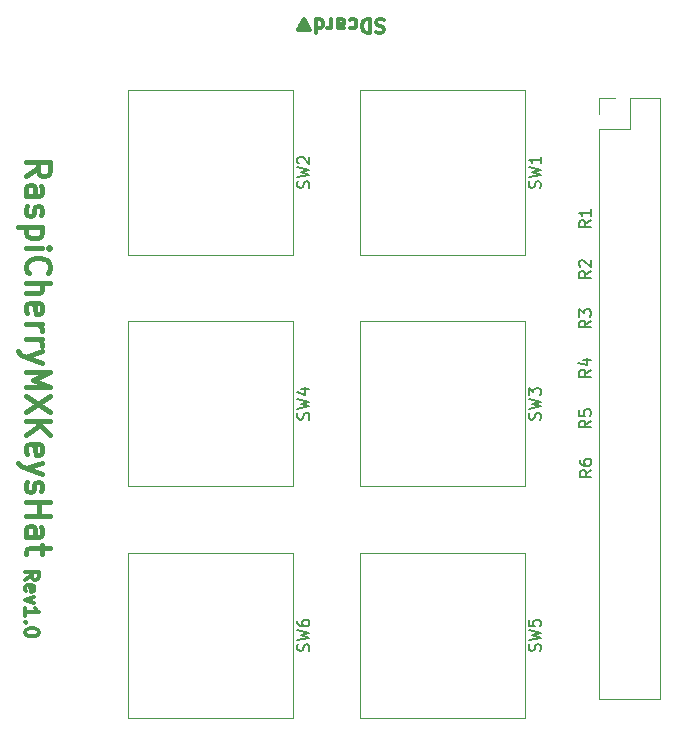
<source format=gto>
G04 #@! TF.GenerationSoftware,KiCad,Pcbnew,5.0.0-rc1-44a33f2~62~ubuntu17.10.1*
G04 #@! TF.CreationDate,2018-05-10T22:28:45+09:00*
G04 #@! TF.ProjectId,RaspiCherryMXKeysHat,52617370694368657272794D584B6579,rev?*
G04 #@! TF.SameCoordinates,Original*
G04 #@! TF.FileFunction,Legend,Top*
G04 #@! TF.FilePolarity,Positive*
%FSLAX46Y46*%
G04 Gerber Fmt 4.6, Leading zero omitted, Abs format (unit mm)*
G04 Created by KiCad (PCBNEW 5.0.0-rc1-44a33f2~62~ubuntu17.10.1) date Thu May 10 22:28:45 2018*
%MOMM*%
%LPD*%
G01*
G04 APERTURE LIST*
%ADD10C,0.300000*%
%ADD11C,0.400000*%
%ADD12C,0.120000*%
%ADD13C,0.150000*%
G04 APERTURE END LIST*
D10*
X74031542Y-115675028D02*
X74602971Y-115275028D01*
X74031542Y-114989314D02*
X75231542Y-114989314D01*
X75231542Y-115446457D01*
X75174400Y-115560742D01*
X75117257Y-115617885D01*
X75002971Y-115675028D01*
X74831542Y-115675028D01*
X74717257Y-115617885D01*
X74660114Y-115560742D01*
X74602971Y-115446457D01*
X74602971Y-114989314D01*
X74088685Y-116646457D02*
X74031542Y-116532171D01*
X74031542Y-116303600D01*
X74088685Y-116189314D01*
X74202971Y-116132171D01*
X74660114Y-116132171D01*
X74774400Y-116189314D01*
X74831542Y-116303600D01*
X74831542Y-116532171D01*
X74774400Y-116646457D01*
X74660114Y-116703600D01*
X74545828Y-116703600D01*
X74431542Y-116132171D01*
X74831542Y-117103600D02*
X74031542Y-117389314D01*
X74831542Y-117675028D01*
X74031542Y-118760742D02*
X74031542Y-118075028D01*
X74031542Y-118417885D02*
X75231542Y-118417885D01*
X75060114Y-118303600D01*
X74945828Y-118189314D01*
X74888685Y-118075028D01*
X74145828Y-119275028D02*
X74088685Y-119332171D01*
X74031542Y-119275028D01*
X74088685Y-119217885D01*
X74145828Y-119275028D01*
X74031542Y-119275028D01*
X75231542Y-120075028D02*
X75231542Y-120189314D01*
X75174400Y-120303600D01*
X75117257Y-120360742D01*
X75002971Y-120417885D01*
X74774400Y-120475028D01*
X74488685Y-120475028D01*
X74260114Y-120417885D01*
X74145828Y-120360742D01*
X74088685Y-120303600D01*
X74031542Y-120189314D01*
X74031542Y-120075028D01*
X74088685Y-119960742D01*
X74145828Y-119903600D01*
X74260114Y-119846457D01*
X74488685Y-119789314D01*
X74774400Y-119789314D01*
X75002971Y-119846457D01*
X75117257Y-119903600D01*
X75174400Y-119960742D01*
X75231542Y-120075028D01*
D11*
X74152238Y-81488285D02*
X75104619Y-80821619D01*
X74152238Y-80345428D02*
X76152238Y-80345428D01*
X76152238Y-81107333D01*
X76057000Y-81297809D01*
X75961761Y-81393047D01*
X75771285Y-81488285D01*
X75485571Y-81488285D01*
X75295095Y-81393047D01*
X75199857Y-81297809D01*
X75104619Y-81107333D01*
X75104619Y-80345428D01*
X74152238Y-83202571D02*
X75199857Y-83202571D01*
X75390333Y-83107333D01*
X75485571Y-82916857D01*
X75485571Y-82535904D01*
X75390333Y-82345428D01*
X74247476Y-83202571D02*
X74152238Y-83012095D01*
X74152238Y-82535904D01*
X74247476Y-82345428D01*
X74437952Y-82250190D01*
X74628428Y-82250190D01*
X74818904Y-82345428D01*
X74914142Y-82535904D01*
X74914142Y-83012095D01*
X75009380Y-83202571D01*
X74247476Y-84059714D02*
X74152238Y-84250190D01*
X74152238Y-84631142D01*
X74247476Y-84821619D01*
X74437952Y-84916857D01*
X74533190Y-84916857D01*
X74723666Y-84821619D01*
X74818904Y-84631142D01*
X74818904Y-84345428D01*
X74914142Y-84154952D01*
X75104619Y-84059714D01*
X75199857Y-84059714D01*
X75390333Y-84154952D01*
X75485571Y-84345428D01*
X75485571Y-84631142D01*
X75390333Y-84821619D01*
X75485571Y-85774000D02*
X73485571Y-85774000D01*
X75390333Y-85774000D02*
X75485571Y-85964476D01*
X75485571Y-86345428D01*
X75390333Y-86535904D01*
X75295095Y-86631142D01*
X75104619Y-86726380D01*
X74533190Y-86726380D01*
X74342714Y-86631142D01*
X74247476Y-86535904D01*
X74152238Y-86345428D01*
X74152238Y-85964476D01*
X74247476Y-85774000D01*
X74152238Y-87583523D02*
X75485571Y-87583523D01*
X76152238Y-87583523D02*
X76057000Y-87488285D01*
X75961761Y-87583523D01*
X76057000Y-87678761D01*
X76152238Y-87583523D01*
X75961761Y-87583523D01*
X74342714Y-89678761D02*
X74247476Y-89583523D01*
X74152238Y-89297809D01*
X74152238Y-89107333D01*
X74247476Y-88821619D01*
X74437952Y-88631142D01*
X74628428Y-88535904D01*
X75009380Y-88440666D01*
X75295095Y-88440666D01*
X75676047Y-88535904D01*
X75866523Y-88631142D01*
X76057000Y-88821619D01*
X76152238Y-89107333D01*
X76152238Y-89297809D01*
X76057000Y-89583523D01*
X75961761Y-89678761D01*
X74152238Y-90535904D02*
X76152238Y-90535904D01*
X74152238Y-91393047D02*
X75199857Y-91393047D01*
X75390333Y-91297809D01*
X75485571Y-91107333D01*
X75485571Y-90821619D01*
X75390333Y-90631142D01*
X75295095Y-90535904D01*
X74247476Y-93107333D02*
X74152238Y-92916857D01*
X74152238Y-92535904D01*
X74247476Y-92345428D01*
X74437952Y-92250190D01*
X75199857Y-92250190D01*
X75390333Y-92345428D01*
X75485571Y-92535904D01*
X75485571Y-92916857D01*
X75390333Y-93107333D01*
X75199857Y-93202571D01*
X75009380Y-93202571D01*
X74818904Y-92250190D01*
X74152238Y-94059714D02*
X75485571Y-94059714D01*
X75104619Y-94059714D02*
X75295095Y-94154952D01*
X75390333Y-94250190D01*
X75485571Y-94440666D01*
X75485571Y-94631142D01*
X74152238Y-95297809D02*
X75485571Y-95297809D01*
X75104619Y-95297809D02*
X75295095Y-95393047D01*
X75390333Y-95488285D01*
X75485571Y-95678761D01*
X75485571Y-95869238D01*
X75485571Y-96345428D02*
X74152238Y-96821619D01*
X75485571Y-97297809D02*
X74152238Y-96821619D01*
X73676047Y-96631142D01*
X73580809Y-96535904D01*
X73485571Y-96345428D01*
X74152238Y-98059714D02*
X76152238Y-98059714D01*
X74723666Y-98726380D01*
X76152238Y-99393047D01*
X74152238Y-99393047D01*
X76152238Y-100154952D02*
X74152238Y-101488285D01*
X76152238Y-101488285D02*
X74152238Y-100154952D01*
X74152238Y-102250190D02*
X76152238Y-102250190D01*
X74152238Y-103393047D02*
X75295095Y-102535904D01*
X76152238Y-103393047D02*
X75009380Y-102250190D01*
X74247476Y-105012095D02*
X74152238Y-104821619D01*
X74152238Y-104440666D01*
X74247476Y-104250190D01*
X74437952Y-104154952D01*
X75199857Y-104154952D01*
X75390333Y-104250190D01*
X75485571Y-104440666D01*
X75485571Y-104821619D01*
X75390333Y-105012095D01*
X75199857Y-105107333D01*
X75009380Y-105107333D01*
X74818904Y-104154952D01*
X75485571Y-105774000D02*
X74152238Y-106250190D01*
X75485571Y-106726380D02*
X74152238Y-106250190D01*
X73676047Y-106059714D01*
X73580809Y-105964476D01*
X73485571Y-105774000D01*
X74247476Y-107393047D02*
X74152238Y-107583523D01*
X74152238Y-107964476D01*
X74247476Y-108154952D01*
X74437952Y-108250190D01*
X74533190Y-108250190D01*
X74723666Y-108154952D01*
X74818904Y-107964476D01*
X74818904Y-107678761D01*
X74914142Y-107488285D01*
X75104619Y-107393047D01*
X75199857Y-107393047D01*
X75390333Y-107488285D01*
X75485571Y-107678761D01*
X75485571Y-107964476D01*
X75390333Y-108154952D01*
X74152238Y-109107333D02*
X76152238Y-109107333D01*
X75199857Y-109107333D02*
X75199857Y-110250190D01*
X74152238Y-110250190D02*
X76152238Y-110250190D01*
X74152238Y-112059714D02*
X75199857Y-112059714D01*
X75390333Y-111964476D01*
X75485571Y-111773999D01*
X75485571Y-111393047D01*
X75390333Y-111202571D01*
X74247476Y-112059714D02*
X74152238Y-111869238D01*
X74152238Y-111393047D01*
X74247476Y-111202571D01*
X74437952Y-111107333D01*
X74628428Y-111107333D01*
X74818904Y-111202571D01*
X74914142Y-111393047D01*
X74914142Y-111869238D01*
X75009380Y-112059714D01*
X75485571Y-112726380D02*
X75485571Y-113488285D01*
X76152238Y-113012095D02*
X74437952Y-113012095D01*
X74247476Y-113107333D01*
X74152238Y-113297809D01*
X74152238Y-113488285D01*
D10*
X104444342Y-68246685D02*
X104272914Y-68189542D01*
X103987200Y-68189542D01*
X103872914Y-68246685D01*
X103815771Y-68303828D01*
X103758628Y-68418114D01*
X103758628Y-68532400D01*
X103815771Y-68646685D01*
X103872914Y-68703828D01*
X103987200Y-68760971D01*
X104215771Y-68818114D01*
X104330057Y-68875257D01*
X104387200Y-68932400D01*
X104444342Y-69046685D01*
X104444342Y-69160971D01*
X104387200Y-69275257D01*
X104330057Y-69332400D01*
X104215771Y-69389542D01*
X103930057Y-69389542D01*
X103758628Y-69332400D01*
X103244342Y-68189542D02*
X103244342Y-69389542D01*
X102958628Y-69389542D01*
X102787200Y-69332400D01*
X102672914Y-69218114D01*
X102615771Y-69103828D01*
X102558628Y-68875257D01*
X102558628Y-68703828D01*
X102615771Y-68475257D01*
X102672914Y-68360971D01*
X102787200Y-68246685D01*
X102958628Y-68189542D01*
X103244342Y-68189542D01*
X101530057Y-68246685D02*
X101644342Y-68189542D01*
X101872914Y-68189542D01*
X101987200Y-68246685D01*
X102044342Y-68303828D01*
X102101485Y-68418114D01*
X102101485Y-68760971D01*
X102044342Y-68875257D01*
X101987200Y-68932400D01*
X101872914Y-68989542D01*
X101644342Y-68989542D01*
X101530057Y-68932400D01*
X100501485Y-68189542D02*
X100501485Y-68818114D01*
X100558628Y-68932400D01*
X100672914Y-68989542D01*
X100901485Y-68989542D01*
X101015771Y-68932400D01*
X100501485Y-68246685D02*
X100615771Y-68189542D01*
X100901485Y-68189542D01*
X101015771Y-68246685D01*
X101072914Y-68360971D01*
X101072914Y-68475257D01*
X101015771Y-68589542D01*
X100901485Y-68646685D01*
X100615771Y-68646685D01*
X100501485Y-68703828D01*
X99930057Y-68189542D02*
X99930057Y-68989542D01*
X99930057Y-68760971D02*
X99872914Y-68875257D01*
X99815771Y-68932400D01*
X99701485Y-68989542D01*
X99587200Y-68989542D01*
X98672914Y-68189542D02*
X98672914Y-69389542D01*
X98672914Y-68246685D02*
X98787200Y-68189542D01*
X99015771Y-68189542D01*
X99130057Y-68246685D01*
X99187200Y-68303828D01*
X99244342Y-68418114D01*
X99244342Y-68760971D01*
X99187200Y-68875257D01*
X99130057Y-68932400D01*
X99015771Y-68989542D01*
X98787200Y-68989542D01*
X98672914Y-68932400D01*
X97187200Y-69046685D02*
X97187200Y-69103828D01*
X97244342Y-68932400D02*
X97244342Y-69103828D01*
X97301485Y-68818114D02*
X97301485Y-69103828D01*
X97358628Y-68703828D02*
X97358628Y-69103828D01*
X97415771Y-68646685D02*
X97415771Y-69103828D01*
X97472914Y-68532400D02*
X97472914Y-69103828D01*
X97530057Y-68418114D02*
X97530057Y-69103828D01*
X97587200Y-68303828D02*
X97587200Y-69103828D01*
X97644342Y-68189542D02*
X97644342Y-69103828D01*
X97701485Y-68303828D02*
X97701485Y-69103828D01*
X97758628Y-68418114D02*
X97758628Y-69103828D01*
X97815771Y-68532400D02*
X97815771Y-69103828D01*
X97872914Y-68646685D02*
X97872914Y-69103828D01*
X97930057Y-68703828D02*
X97930057Y-69103828D01*
X97987200Y-68818114D02*
X97987200Y-69103828D01*
X98044342Y-68932400D02*
X98044342Y-69103828D01*
X98101485Y-69103828D02*
X97644342Y-68246685D01*
X97187200Y-69103828D01*
X98101485Y-69046685D02*
X98101485Y-69103828D01*
X97644342Y-68189542D02*
X98158628Y-69103828D01*
X97130057Y-69103828D01*
X97644342Y-68189542D01*
D12*
X122622000Y-125790000D02*
X127822000Y-125790000D01*
X122622000Y-77470000D02*
X122622000Y-125790000D01*
X127822000Y-74870000D02*
X127822000Y-125790000D01*
X122622000Y-77470000D02*
X125222000Y-77470000D01*
X125222000Y-77470000D02*
X125222000Y-74870000D01*
X125222000Y-74870000D02*
X127822000Y-74870000D01*
X122622000Y-76200000D02*
X122622000Y-74870000D01*
X122622000Y-74870000D02*
X123952000Y-74870000D01*
X116362000Y-74189000D02*
X116362000Y-88159000D01*
X116362000Y-88159000D02*
X102392000Y-88159000D01*
X102392000Y-88159000D02*
X102392000Y-74189000D01*
X102392000Y-74189000D02*
X116362000Y-74189000D01*
X82791800Y-74189000D02*
X96761800Y-74189000D01*
X82791800Y-88159000D02*
X82791800Y-74189000D01*
X96761800Y-88159000D02*
X82791800Y-88159000D01*
X96761800Y-74189000D02*
X96761800Y-88159000D01*
X116362000Y-93789000D02*
X116362000Y-107759000D01*
X116362000Y-107759000D02*
X102392000Y-107759000D01*
X102392000Y-107759000D02*
X102392000Y-93789000D01*
X102392000Y-93789000D02*
X116362000Y-93789000D01*
X82791800Y-93789000D02*
X96761800Y-93789000D01*
X82791800Y-107759000D02*
X82791800Y-93789000D01*
X96761800Y-107759000D02*
X82791800Y-107759000D01*
X96761800Y-93789000D02*
X96761800Y-107759000D01*
X116362000Y-113389000D02*
X116362000Y-127359000D01*
X116362000Y-127359000D02*
X102392000Y-127359000D01*
X102392000Y-127359000D02*
X102392000Y-113389000D01*
X102392000Y-113389000D02*
X116362000Y-113389000D01*
X82791800Y-113389000D02*
X96761800Y-113389000D01*
X82791800Y-127359000D02*
X82791800Y-113389000D01*
X96761800Y-127359000D02*
X82791800Y-127359000D01*
X96761800Y-113389000D02*
X96761800Y-127359000D01*
D13*
X121942380Y-85256666D02*
X121466190Y-85590000D01*
X121942380Y-85828095D02*
X120942380Y-85828095D01*
X120942380Y-85447142D01*
X120990000Y-85351904D01*
X121037619Y-85304285D01*
X121132857Y-85256666D01*
X121275714Y-85256666D01*
X121370952Y-85304285D01*
X121418571Y-85351904D01*
X121466190Y-85447142D01*
X121466190Y-85828095D01*
X121942380Y-84304285D02*
X121942380Y-84875714D01*
X121942380Y-84590000D02*
X120942380Y-84590000D01*
X121085238Y-84685238D01*
X121180476Y-84780476D01*
X121228095Y-84875714D01*
X121942380Y-89550766D02*
X121466190Y-89884100D01*
X121942380Y-90122195D02*
X120942380Y-90122195D01*
X120942380Y-89741242D01*
X120990000Y-89646004D01*
X121037619Y-89598385D01*
X121132857Y-89550766D01*
X121275714Y-89550766D01*
X121370952Y-89598385D01*
X121418571Y-89646004D01*
X121466190Y-89741242D01*
X121466190Y-90122195D01*
X121037619Y-89169814D02*
X120990000Y-89122195D01*
X120942380Y-89026957D01*
X120942380Y-88788861D01*
X120990000Y-88693623D01*
X121037619Y-88646004D01*
X121132857Y-88598385D01*
X121228095Y-88598385D01*
X121370952Y-88646004D01*
X121942380Y-89217433D01*
X121942380Y-88598385D01*
X121942380Y-93740266D02*
X121466190Y-94073600D01*
X121942380Y-94311695D02*
X120942380Y-94311695D01*
X120942380Y-93930742D01*
X120990000Y-93835504D01*
X121037619Y-93787885D01*
X121132857Y-93740266D01*
X121275714Y-93740266D01*
X121370952Y-93787885D01*
X121418571Y-93835504D01*
X121466190Y-93930742D01*
X121466190Y-94311695D01*
X120942380Y-93406933D02*
X120942380Y-92787885D01*
X121323333Y-93121219D01*
X121323333Y-92978361D01*
X121370952Y-92883123D01*
X121418571Y-92835504D01*
X121513809Y-92787885D01*
X121751904Y-92787885D01*
X121847142Y-92835504D01*
X121894761Y-92883123D01*
X121942380Y-92978361D01*
X121942380Y-93264076D01*
X121894761Y-93359314D01*
X121847142Y-93406933D01*
X121942380Y-97905866D02*
X121466190Y-98239200D01*
X121942380Y-98477295D02*
X120942380Y-98477295D01*
X120942380Y-98096342D01*
X120990000Y-98001104D01*
X121037619Y-97953485D01*
X121132857Y-97905866D01*
X121275714Y-97905866D01*
X121370952Y-97953485D01*
X121418571Y-98001104D01*
X121466190Y-98096342D01*
X121466190Y-98477295D01*
X121275714Y-97048723D02*
X121942380Y-97048723D01*
X120894761Y-97286819D02*
X121609047Y-97524914D01*
X121609047Y-96905866D01*
X121942380Y-102199666D02*
X121466190Y-102533000D01*
X121942380Y-102771095D02*
X120942380Y-102771095D01*
X120942380Y-102390142D01*
X120990000Y-102294904D01*
X121037619Y-102247285D01*
X121132857Y-102199666D01*
X121275714Y-102199666D01*
X121370952Y-102247285D01*
X121418571Y-102294904D01*
X121466190Y-102390142D01*
X121466190Y-102771095D01*
X120942380Y-101294904D02*
X120942380Y-101771095D01*
X121418571Y-101818714D01*
X121370952Y-101771095D01*
X121323333Y-101675857D01*
X121323333Y-101437761D01*
X121370952Y-101342523D01*
X121418571Y-101294904D01*
X121513809Y-101247285D01*
X121751904Y-101247285D01*
X121847142Y-101294904D01*
X121894761Y-101342523D01*
X121942380Y-101437761D01*
X121942380Y-101675857D01*
X121894761Y-101771095D01*
X121847142Y-101818714D01*
X121993380Y-106389666D02*
X121517190Y-106723000D01*
X121993380Y-106961095D02*
X120993380Y-106961095D01*
X120993380Y-106580142D01*
X121041000Y-106484904D01*
X121088619Y-106437285D01*
X121183857Y-106389666D01*
X121326714Y-106389666D01*
X121421952Y-106437285D01*
X121469571Y-106484904D01*
X121517190Y-106580142D01*
X121517190Y-106961095D01*
X120993380Y-105532523D02*
X120993380Y-105723000D01*
X121041000Y-105818238D01*
X121088619Y-105865857D01*
X121231476Y-105961095D01*
X121421952Y-106008714D01*
X121802904Y-106008714D01*
X121898142Y-105961095D01*
X121945761Y-105913476D01*
X121993380Y-105818238D01*
X121993380Y-105627761D01*
X121945761Y-105532523D01*
X121898142Y-105484904D01*
X121802904Y-105437285D01*
X121564809Y-105437285D01*
X121469571Y-105484904D01*
X121421952Y-105532523D01*
X121374333Y-105627761D01*
X121374333Y-105818238D01*
X121421952Y-105913476D01*
X121469571Y-105961095D01*
X121564809Y-106008714D01*
X117655761Y-82507333D02*
X117703380Y-82364476D01*
X117703380Y-82126380D01*
X117655761Y-82031142D01*
X117608142Y-81983523D01*
X117512904Y-81935904D01*
X117417666Y-81935904D01*
X117322428Y-81983523D01*
X117274809Y-82031142D01*
X117227190Y-82126380D01*
X117179571Y-82316857D01*
X117131952Y-82412095D01*
X117084333Y-82459714D01*
X116989095Y-82507333D01*
X116893857Y-82507333D01*
X116798619Y-82459714D01*
X116751000Y-82412095D01*
X116703380Y-82316857D01*
X116703380Y-82078761D01*
X116751000Y-81935904D01*
X116703380Y-81602571D02*
X117703380Y-81364476D01*
X116989095Y-81174000D01*
X117703380Y-80983523D01*
X116703380Y-80745428D01*
X117703380Y-79840666D02*
X117703380Y-80412095D01*
X117703380Y-80126380D02*
X116703380Y-80126380D01*
X116846238Y-80221619D01*
X116941476Y-80316857D01*
X116989095Y-80412095D01*
X98055561Y-82507333D02*
X98103180Y-82364476D01*
X98103180Y-82126380D01*
X98055561Y-82031142D01*
X98007942Y-81983523D01*
X97912704Y-81935904D01*
X97817466Y-81935904D01*
X97722228Y-81983523D01*
X97674609Y-82031142D01*
X97626990Y-82126380D01*
X97579371Y-82316857D01*
X97531752Y-82412095D01*
X97484133Y-82459714D01*
X97388895Y-82507333D01*
X97293657Y-82507333D01*
X97198419Y-82459714D01*
X97150800Y-82412095D01*
X97103180Y-82316857D01*
X97103180Y-82078761D01*
X97150800Y-81935904D01*
X97103180Y-81602571D02*
X98103180Y-81364476D01*
X97388895Y-81174000D01*
X98103180Y-80983523D01*
X97103180Y-80745428D01*
X97198419Y-80412095D02*
X97150800Y-80364476D01*
X97103180Y-80269238D01*
X97103180Y-80031142D01*
X97150800Y-79935904D01*
X97198419Y-79888285D01*
X97293657Y-79840666D01*
X97388895Y-79840666D01*
X97531752Y-79888285D01*
X98103180Y-80459714D01*
X98103180Y-79840666D01*
X117655761Y-102107333D02*
X117703380Y-101964476D01*
X117703380Y-101726380D01*
X117655761Y-101631142D01*
X117608142Y-101583523D01*
X117512904Y-101535904D01*
X117417666Y-101535904D01*
X117322428Y-101583523D01*
X117274809Y-101631142D01*
X117227190Y-101726380D01*
X117179571Y-101916857D01*
X117131952Y-102012095D01*
X117084333Y-102059714D01*
X116989095Y-102107333D01*
X116893857Y-102107333D01*
X116798619Y-102059714D01*
X116751000Y-102012095D01*
X116703380Y-101916857D01*
X116703380Y-101678761D01*
X116751000Y-101535904D01*
X116703380Y-101202571D02*
X117703380Y-100964476D01*
X116989095Y-100774000D01*
X117703380Y-100583523D01*
X116703380Y-100345428D01*
X116703380Y-100059714D02*
X116703380Y-99440666D01*
X117084333Y-99774000D01*
X117084333Y-99631142D01*
X117131952Y-99535904D01*
X117179571Y-99488285D01*
X117274809Y-99440666D01*
X117512904Y-99440666D01*
X117608142Y-99488285D01*
X117655761Y-99535904D01*
X117703380Y-99631142D01*
X117703380Y-99916857D01*
X117655761Y-100012095D01*
X117608142Y-100059714D01*
X98055561Y-102107333D02*
X98103180Y-101964476D01*
X98103180Y-101726380D01*
X98055561Y-101631142D01*
X98007942Y-101583523D01*
X97912704Y-101535904D01*
X97817466Y-101535904D01*
X97722228Y-101583523D01*
X97674609Y-101631142D01*
X97626990Y-101726380D01*
X97579371Y-101916857D01*
X97531752Y-102012095D01*
X97484133Y-102059714D01*
X97388895Y-102107333D01*
X97293657Y-102107333D01*
X97198419Y-102059714D01*
X97150800Y-102012095D01*
X97103180Y-101916857D01*
X97103180Y-101678761D01*
X97150800Y-101535904D01*
X97103180Y-101202571D02*
X98103180Y-100964476D01*
X97388895Y-100774000D01*
X98103180Y-100583523D01*
X97103180Y-100345428D01*
X97436514Y-99535904D02*
X98103180Y-99535904D01*
X97055561Y-99774000D02*
X97769847Y-100012095D01*
X97769847Y-99393047D01*
X117655761Y-121707333D02*
X117703380Y-121564476D01*
X117703380Y-121326380D01*
X117655761Y-121231142D01*
X117608142Y-121183523D01*
X117512904Y-121135904D01*
X117417666Y-121135904D01*
X117322428Y-121183523D01*
X117274809Y-121231142D01*
X117227190Y-121326380D01*
X117179571Y-121516857D01*
X117131952Y-121612095D01*
X117084333Y-121659714D01*
X116989095Y-121707333D01*
X116893857Y-121707333D01*
X116798619Y-121659714D01*
X116751000Y-121612095D01*
X116703380Y-121516857D01*
X116703380Y-121278761D01*
X116751000Y-121135904D01*
X116703380Y-120802571D02*
X117703380Y-120564476D01*
X116989095Y-120374000D01*
X117703380Y-120183523D01*
X116703380Y-119945428D01*
X116703380Y-119088285D02*
X116703380Y-119564476D01*
X117179571Y-119612095D01*
X117131952Y-119564476D01*
X117084333Y-119469238D01*
X117084333Y-119231142D01*
X117131952Y-119135904D01*
X117179571Y-119088285D01*
X117274809Y-119040666D01*
X117512904Y-119040666D01*
X117608142Y-119088285D01*
X117655761Y-119135904D01*
X117703380Y-119231142D01*
X117703380Y-119469238D01*
X117655761Y-119564476D01*
X117608142Y-119612095D01*
X98055561Y-121707333D02*
X98103180Y-121564476D01*
X98103180Y-121326380D01*
X98055561Y-121231142D01*
X98007942Y-121183523D01*
X97912704Y-121135904D01*
X97817466Y-121135904D01*
X97722228Y-121183523D01*
X97674609Y-121231142D01*
X97626990Y-121326380D01*
X97579371Y-121516857D01*
X97531752Y-121612095D01*
X97484133Y-121659714D01*
X97388895Y-121707333D01*
X97293657Y-121707333D01*
X97198419Y-121659714D01*
X97150800Y-121612095D01*
X97103180Y-121516857D01*
X97103180Y-121278761D01*
X97150800Y-121135904D01*
X97103180Y-120802571D02*
X98103180Y-120564476D01*
X97388895Y-120374000D01*
X98103180Y-120183523D01*
X97103180Y-119945428D01*
X97103180Y-119135904D02*
X97103180Y-119326380D01*
X97150800Y-119421619D01*
X97198419Y-119469238D01*
X97341276Y-119564476D01*
X97531752Y-119612095D01*
X97912704Y-119612095D01*
X98007942Y-119564476D01*
X98055561Y-119516857D01*
X98103180Y-119421619D01*
X98103180Y-119231142D01*
X98055561Y-119135904D01*
X98007942Y-119088285D01*
X97912704Y-119040666D01*
X97674609Y-119040666D01*
X97579371Y-119088285D01*
X97531752Y-119135904D01*
X97484133Y-119231142D01*
X97484133Y-119421619D01*
X97531752Y-119516857D01*
X97579371Y-119564476D01*
X97674609Y-119612095D01*
M02*

</source>
